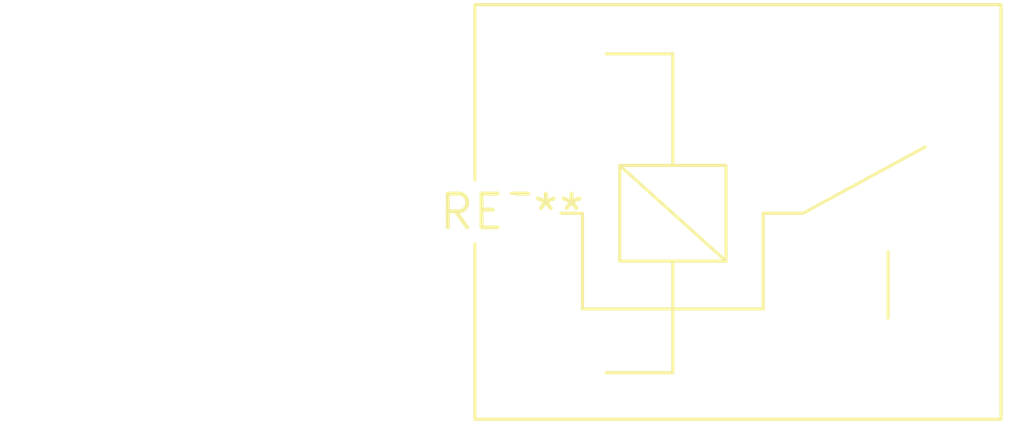
<source format=kicad_pcb>
(kicad_pcb (version 20240108) (generator pcbnew)
  (layers (0 "F.Cu" signal) (31 "B.Cu" signal) (34 "B.Paste" user) (35 "F.Paste" user) (36 "B.SilkS" user "B.Silkscreen") (37 "F.SilkS" user "F.Silkscreen") (38 "B.Mask" user) (39 "F.Mask" user) (44 "Edge.Cuts" user))
  (net 0 "")
  (footprint "Relay_SPST_SANYOU_SRD_Series_Form_A" (layer "F.Cu") (at 0 0)
    (property "Reference" "REF**")
    (property "Value" "Relay_SPST_SANYOU_SRD_Series_Form_A")
    (fp_line (start -1.4 -7.8) (end -1.4 -1.2) (layer "F.SilkS") (stroke (width 0.12)))
    (fp_line (start -1.4 -7.8) (end 18.4 -7.8) (layer "F.SilkS") (stroke (width 0.12)))
    (fp_line (start -1.4 1.2) (end -1.4 7.8) (layer "F.SilkS") (stroke (width 0.12)))
    (fp_line (start 2.65 0.05) (end 1.85 0.05) (layer "F.SilkS") (stroke (width 0.12)))
    (fp_line (start 2.65 0.05) (end 2.65 3.65) (layer "F.SilkS") (stroke (width 0.12)))
    (fp_line (start 3.55 6.05) (end 6.05 6.05) (layer "F.SilkS") (stroke (width 0.12)))
    (fp_line (start 4.05 -1.75) (end 8.05 -1.75) (layer "F.SilkS") (stroke (width 0.12)))
    (fp_line (start 4.05 1.85) (end 4.05 -1.75) (layer "F.SilkS") (stroke (width 0.12)))
    (fp_line (start 6.05 -5.95) (end 3.55 -5.95) (layer "F.SilkS") (stroke (width 0.12)))
    (fp_line (start 6.05 -5.95) (end 6.05 -1.75) (layer "F.SilkS") (stroke (width 0.12)))
    (fp_line (start 6.05 1.85) (end 6.05 6.05) (layer "F.SilkS") (stroke (width 0.12)))
    (fp_line (start 8.05 -1.75) (end 8.05 1.85) (layer "F.SilkS") (stroke (width 0.12)))
    (fp_line (start 8.05 1.85) (end 4.05 -1.75) (layer "F.SilkS") (stroke (width 0.12)))
    (fp_line (start 8.05 1.85) (end 4.05 1.85) (layer "F.SilkS") (stroke (width 0.12)))
    (fp_line (start 9.45 0.05) (end 9.45 3.65) (layer "F.SilkS") (stroke (width 0.12)))
    (fp_line (start 9.45 0.05) (end 10.95 0.05) (layer "F.SilkS") (stroke (width 0.12)))
    (fp_line (start 9.45 3.65) (end 2.65 3.65) (layer "F.SilkS") (stroke (width 0.12)))
    (fp_line (start 10.95 0.05) (end 15.55 -2.45) (layer "F.SilkS") (stroke (width 0.12)))
    (fp_line (start 14.15 1.5) (end 14.15 4) (layer "F.SilkS") (stroke (width 0.12)))
    (fp_line (start 18.4 -7.8) (end 18.4 7.8) (layer "F.SilkS") (stroke (width 0.12)))
    (fp_line (start 18.4 7.8) (end -1.4 7.8) (layer "F.SilkS") (stroke (width 0.12)))
    (pad "1" thru_hole circle (at 0 0 90) (size 3 3) (drill 1.3) (layers *.Cu *.Mask) (remove_unused_layers))
    (pad "2" thru_hole circle (at 1.95 6.05 90) (size 2.5 2.5) (drill 1) (layers *.Cu *.Mask) (remove_unused_layers))
    (pad "3" thru_hole circle (at 14.15 6.05 90) (size 3 3) (drill 1.3) (layers *.Cu *.Mask) (remove_unused_layers))
    (pad "5" thru_hole circle (at 1.95 -5.95 90) (size 2.5 2.5) (drill 1) (layers *.Cu *.Mask) (remove_unused_layers))
  )
)
</source>
